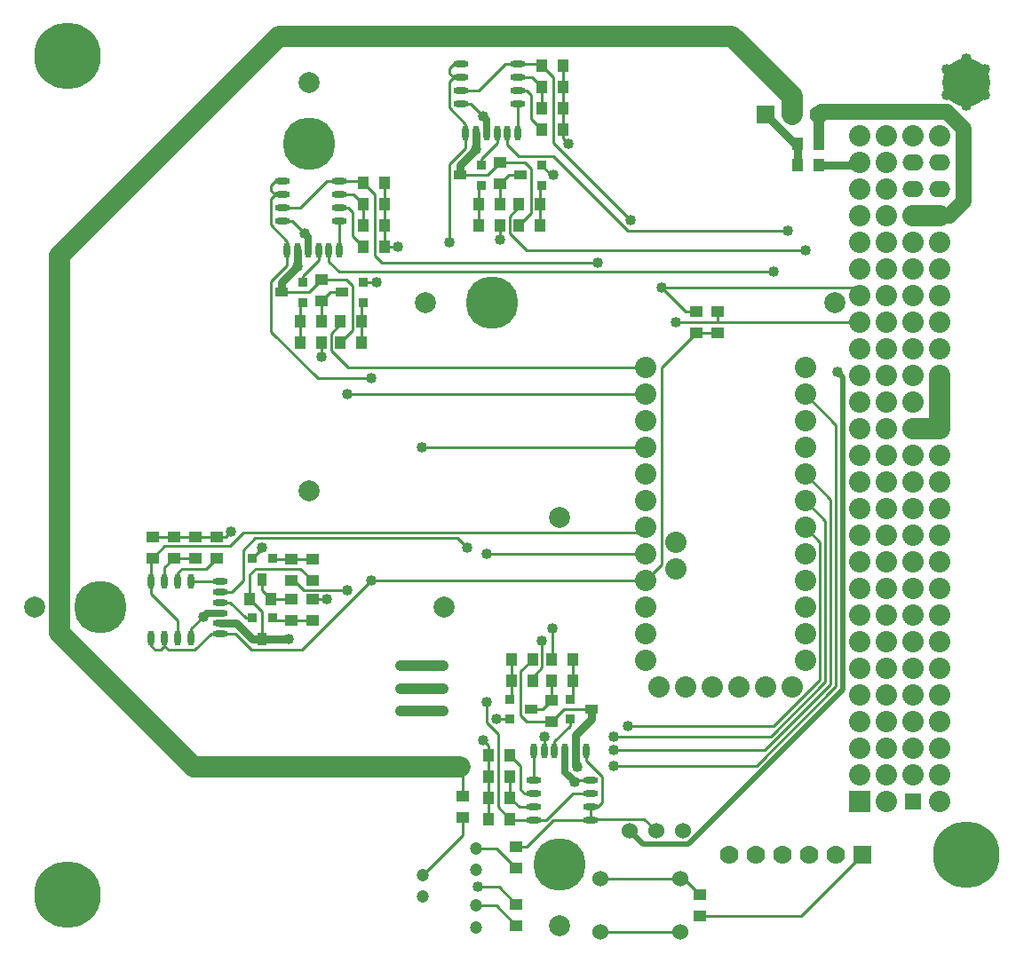
<source format=gtl>
G04 Layer_Physical_Order=1*
G04 Layer_Color=255*
%FSAX24Y24*%
%MOIN*%
G70*
G01*
G75*
%ADD10R,0.0400X0.0500*%
%ADD11R,0.0500X0.0400*%
%ADD12O,0.0236X0.0571*%
%ADD13R,0.0500X0.0360*%
%ADD14R,0.0360X0.0360*%
%ADD15O,0.0571X0.0236*%
%ADD16R,0.0360X0.0500*%
%ADD17R,0.0360X0.0360*%
%ADD18C,0.0100*%
%ADD19C,0.0400*%
%ADD20C,0.0200*%
%ADD21C,0.0800*%
%ADD22C,0.0250*%
%ADD23C,0.0600*%
%ADD24C,0.0300*%
%ADD25C,0.0600*%
%ADD26R,0.0600X0.0600*%
%ADD27C,0.0800*%
%ADD28O,0.0800X0.0600*%
%ADD29R,0.0800X0.0800*%
%ADD30C,0.0700*%
%ADD31R,0.0700X0.0700*%
%ADD32C,0.0472*%
%ADD33C,0.0400*%
%ADD34C,0.1800*%
%ADD35C,0.2500*%
%ADD36C,0.0787*%
%ADD37C,0.1969*%
D10*
X068190Y042050D02*
D03*
X067390D02*
D03*
X068190Y041250D02*
D03*
X067390D02*
D03*
X068190Y042850D02*
D03*
X067390D02*
D03*
X061490Y037650D02*
D03*
X060690D02*
D03*
X061490Y036850D02*
D03*
X060690D02*
D03*
X061490Y038450D02*
D03*
X060690D02*
D03*
X065413Y014550D02*
D03*
X066213D02*
D03*
X065413Y015350D02*
D03*
X066213D02*
D03*
X065413Y016150D02*
D03*
X066213D02*
D03*
X068190Y040450D02*
D03*
X067390D02*
D03*
X065840Y036850D02*
D03*
X065040D02*
D03*
Y037650D02*
D03*
X065840D02*
D03*
X067340D02*
D03*
X066540D02*
D03*
Y036850D02*
D03*
X067340D02*
D03*
X061490Y036050D02*
D03*
X060690D02*
D03*
X059140Y032450D02*
D03*
X058340D02*
D03*
Y033250D02*
D03*
X059140D02*
D03*
X060640D02*
D03*
X059840D02*
D03*
Y032450D02*
D03*
X060640D02*
D03*
X057240Y022800D02*
D03*
X056440D02*
D03*
X065413Y016950D02*
D03*
X066213D02*
D03*
X068563Y019750D02*
D03*
X067763D02*
D03*
Y020550D02*
D03*
X068563D02*
D03*
X066263Y019750D02*
D03*
X067063D02*
D03*
Y020550D02*
D03*
X066263D02*
D03*
X076990Y039900D02*
D03*
X077790D02*
D03*
X076990Y039100D02*
D03*
X077790D02*
D03*
D11*
X053590Y025150D02*
D03*
Y024350D02*
D03*
X054390Y025150D02*
D03*
Y024350D02*
D03*
X052790Y025150D02*
D03*
Y024350D02*
D03*
X065840Y038400D02*
D03*
Y039200D02*
D03*
X059140Y034000D02*
D03*
Y034800D02*
D03*
X055190Y025150D02*
D03*
Y024350D02*
D03*
X058790Y022800D02*
D03*
Y022000D02*
D03*
X057990D02*
D03*
Y022800D02*
D03*
Y024300D02*
D03*
Y023500D02*
D03*
X058790D02*
D03*
Y024300D02*
D03*
X067763Y019000D02*
D03*
Y018200D02*
D03*
X073340Y011700D02*
D03*
Y010900D02*
D03*
X073190Y032800D02*
D03*
Y033600D02*
D03*
X073990Y032800D02*
D03*
Y033600D02*
D03*
X066440Y010550D02*
D03*
Y011350D02*
D03*
Y012700D02*
D03*
Y013500D02*
D03*
X064440Y014600D02*
D03*
Y015400D02*
D03*
D12*
X064540Y040300D02*
D03*
X064934D02*
D03*
X065327D02*
D03*
X065721D02*
D03*
X066115D02*
D03*
X066508D02*
D03*
X057840Y035900D02*
D03*
X058234D02*
D03*
X058627D02*
D03*
X059021D02*
D03*
X059415D02*
D03*
X059809D02*
D03*
X054240Y023473D02*
D03*
X053740D02*
D03*
X053240D02*
D03*
X052740D02*
D03*
X054240Y021327D02*
D03*
X053740D02*
D03*
X053240D02*
D03*
X052740D02*
D03*
X069063Y017100D02*
D03*
X068669D02*
D03*
X068275D02*
D03*
X067882D02*
D03*
X067488D02*
D03*
X067094D02*
D03*
D13*
X066590Y038730D02*
D03*
X064340D02*
D03*
X059890Y034330D02*
D03*
X057640D02*
D03*
X069263Y018670D02*
D03*
X067013D02*
D03*
D14*
X067390Y039100D02*
D03*
Y038350D02*
D03*
X065140Y039100D02*
D03*
Y038350D02*
D03*
X060690Y034700D02*
D03*
Y033950D02*
D03*
X058440Y034700D02*
D03*
Y033950D02*
D03*
X068463Y018300D02*
D03*
Y019050D02*
D03*
X066213Y018300D02*
D03*
Y019050D02*
D03*
D15*
X066513Y041400D02*
D03*
Y041900D02*
D03*
Y042400D02*
D03*
Y042900D02*
D03*
X064367Y041400D02*
D03*
Y041900D02*
D03*
Y042400D02*
D03*
Y042900D02*
D03*
X059813Y037000D02*
D03*
Y037500D02*
D03*
Y038000D02*
D03*
Y038500D02*
D03*
X057667Y037000D02*
D03*
Y037500D02*
D03*
Y038000D02*
D03*
Y038500D02*
D03*
X055340Y021500D02*
D03*
Y021894D02*
D03*
Y022287D02*
D03*
Y022681D02*
D03*
Y023075D02*
D03*
Y023468D02*
D03*
X067090Y016000D02*
D03*
Y015500D02*
D03*
Y015000D02*
D03*
Y014500D02*
D03*
X069236Y016000D02*
D03*
Y015500D02*
D03*
Y015000D02*
D03*
Y014500D02*
D03*
D16*
X056910Y023550D02*
D03*
Y021300D02*
D03*
D17*
X056540Y024350D02*
D03*
X057290D02*
D03*
X056540Y022100D02*
D03*
X057290D02*
D03*
D18*
X058990Y031100D02*
X060990D01*
X057240Y032850D02*
X058990Y031100D01*
X057240Y032850D02*
Y034724D01*
X067845Y039450D02*
X070645Y036650D01*
X067740Y038750D02*
X067840D01*
X067390Y039100D02*
X067740Y038750D01*
X067840Y039950D02*
X070740Y037050D01*
X070645Y036650D02*
X076640D01*
X078440Y019524D02*
Y029350D01*
X075466Y016550D02*
X078440Y019524D01*
X070090Y016550D02*
X075466D01*
X078240Y019606D02*
Y026550D01*
X075784Y017150D02*
X078240Y019606D01*
X070090Y017150D02*
X075784D01*
X078040Y019689D02*
Y025750D01*
X076001Y017650D02*
X078040Y019689D01*
X070090Y017650D02*
X076001D01*
X077840Y019772D02*
Y024950D01*
X076118Y018050D02*
X077840Y019772D01*
X070640Y018050D02*
X076118D01*
X077290Y030500D02*
X078440Y029350D01*
X077290Y027500D02*
X078240Y026550D01*
X077290Y026500D02*
X078040Y025750D01*
X077290Y025500D02*
X077840Y024950D01*
X054240Y021700D02*
X054690Y022150D01*
X069590Y012300D02*
X072590D01*
X064990Y012000D02*
X065790D01*
X066440Y011350D01*
X062890Y028500D02*
X071290D01*
X077140Y010900D02*
X079440Y013200D01*
X073340Y010900D02*
X077140D01*
X072740Y012300D02*
X073340Y011700D01*
X072590Y012300D02*
X072740D01*
X065690Y011300D02*
X066440Y010550D01*
X064940Y011300D02*
X065690D01*
X069236Y014550D02*
X071240D01*
X066440Y013500D02*
X066846D01*
X067846Y014500D01*
X069236D01*
X065690Y013450D02*
X066440Y012700D01*
X064940Y013450D02*
X065690D01*
X064340Y016500D02*
X064440Y016400D01*
Y015400D02*
Y016400D01*
X062940Y012450D02*
X064440Y013950D01*
Y014600D01*
X073190Y032800D02*
X073990D01*
X071890Y031500D02*
X073190Y032800D01*
X071890Y024100D02*
Y031500D01*
X071290Y023500D02*
X071890Y024100D01*
Y034500D02*
X072790Y033600D01*
X073190D01*
X073990Y033200D02*
X079340D01*
X072440D02*
X073990D01*
Y033600D01*
X071890Y034500D02*
X079040D01*
X079340Y034200D01*
X060990Y023500D02*
X071290D01*
X058390Y020900D02*
X060990Y023500D01*
X056516Y020900D02*
X058390D01*
X065340Y018178D02*
Y018950D01*
Y018178D02*
X065763Y017755D01*
Y015000D02*
Y017755D01*
X065340Y024500D02*
X071290D01*
X059790Y035100D02*
X076090D01*
X059415Y035475D02*
X059790Y035100D01*
X066840Y035900D02*
X077290D01*
X060062Y034800D02*
X060290Y034572D01*
X059140Y034800D02*
X060062D01*
X060290Y032900D02*
Y034572D01*
X061390Y035450D02*
X069490D01*
X061140Y035700D02*
X061390Y035450D01*
X061140Y035700D02*
Y038000D01*
X061490Y036050D02*
X061990D01*
X071240Y014550D02*
X071690Y014100D01*
X069236Y014550D02*
Y015000D01*
X064240Y025100D02*
X064590Y024750D01*
X056640Y025100D02*
X064240D01*
X058463Y023150D02*
X060090D01*
X058113Y023500D02*
X058463Y023150D01*
X060090Y030500D02*
X071290D01*
X066190Y036538D02*
X066828Y035900D01*
X060128Y031500D02*
X071290D01*
X059490Y032138D02*
X060128Y031500D01*
X068590Y016000D02*
X069236D01*
X056910Y021300D02*
Y022330D01*
X063940Y039124D02*
X064540Y039724D01*
Y040300D01*
X063940Y036200D02*
Y039124D01*
X066190Y036538D02*
Y037177D01*
X067840Y039950D02*
Y042400D01*
X071090Y025300D02*
X071290Y025500D01*
X056190Y025300D02*
X071090D01*
X055690Y024800D02*
X056190Y025300D01*
Y024650D02*
X056640Y025100D01*
X056190Y023500D02*
Y024650D01*
X056901Y024711D02*
Y024745D01*
X056540Y024350D02*
X056901Y024711D01*
X066263Y019750D02*
Y020550D01*
X067790Y020577D02*
Y021700D01*
X067413Y020223D02*
Y021250D01*
X064340Y038730D02*
X065370D01*
X069590Y010300D02*
X072590D01*
X067763Y020550D02*
X067790Y020577D01*
X067063Y019873D02*
X067413Y020223D01*
X059140Y031900D02*
Y032450D01*
X057240Y034724D02*
X057840Y035324D01*
Y035900D01*
X059415Y035475D02*
Y035900D01*
X060690Y034700D02*
X061190D01*
X059021Y035531D02*
Y035900D01*
X058440Y034950D02*
X059021Y035531D01*
X058440Y034700D02*
Y034950D01*
X059470Y034330D02*
X059890D01*
X059140Y034000D02*
X059470Y034330D01*
X057640D02*
X058670D01*
X059140Y034800D01*
X061490Y036850D02*
Y037650D01*
Y036050D02*
Y036850D01*
X060690D02*
Y037650D01*
X058340Y033850D02*
X058440Y033950D01*
X058340Y033250D02*
Y033850D01*
Y032450D02*
Y033250D01*
X059140D02*
Y034000D01*
X060640Y033900D02*
X060690Y033950D01*
X060640Y033250D02*
Y033900D01*
X059840Y033127D02*
Y033250D01*
X059490Y032777D02*
X059840Y033127D01*
X059490Y032138D02*
Y032777D01*
X061490Y037650D02*
Y038450D01*
X060640Y038500D02*
X060690Y038450D01*
X061140Y038000D01*
X059840Y032450D02*
X060290Y032900D01*
X060640Y032450D02*
Y033250D01*
X059813Y035904D02*
Y037000D01*
Y037500D02*
X060140D01*
X060290Y037350D01*
Y036450D02*
Y037350D01*
Y036450D02*
X060690Y036050D01*
X059813Y038000D02*
X060340D01*
X060690Y037650D01*
X059813Y038500D02*
X060640D01*
X057667Y037000D02*
X058040D01*
X058627Y036413D01*
X059340Y038500D02*
X059813D01*
X057667Y037500D02*
X058340D01*
X059340Y038500D01*
X057232Y037842D02*
X057390Y038000D01*
X057232Y036858D02*
Y037842D01*
Y036858D02*
X057840Y036250D01*
Y035900D02*
Y036250D01*
X057240Y038350D02*
X057390Y038500D01*
X057240Y038150D02*
Y038350D01*
X057390Y038500D02*
X057667D01*
X057240Y038150D02*
X057390Y038000D01*
X057667D01*
X068190Y040100D02*
Y040450D01*
Y040100D02*
X068390Y039900D01*
X065840Y036300D02*
Y036850D01*
X066115Y039875D02*
Y040300D01*
Y039875D02*
X066540Y039450D01*
X067845D01*
X065721Y039931D02*
Y040300D01*
X065140Y039350D02*
X065721Y039931D01*
X065140Y039100D02*
Y039350D01*
X066170Y038730D02*
X066590D01*
X065840Y038400D02*
X066170Y038730D01*
X065370D02*
X065840Y039200D01*
X068190Y041250D02*
Y042050D01*
Y040450D02*
Y041250D01*
X067390D02*
Y042050D01*
X065040Y038250D02*
X065140Y038350D01*
X065040Y037650D02*
Y038250D01*
Y036850D02*
Y037650D01*
X065840D02*
Y038400D01*
X067340Y038300D02*
X067390Y038350D01*
X067340Y037650D02*
Y038300D01*
X066540Y037527D02*
Y037650D01*
X066190Y037177D02*
X066540Y037527D01*
X068190Y042050D02*
Y042850D01*
X067340Y042900D02*
X067390Y042850D01*
X067840Y042400D01*
X065840Y039200D02*
X066762D01*
X066990Y038972D01*
X066540Y036850D02*
X066990Y037300D01*
Y038972D01*
X067340Y036850D02*
Y037650D01*
X066513Y040304D02*
Y041400D01*
Y041900D02*
X066840D01*
X066990Y041750D01*
Y040850D02*
Y041750D01*
Y040850D02*
X067390Y040450D01*
X066513Y042400D02*
X067040D01*
X067390Y042050D01*
X066513Y042900D02*
X067340D01*
X064367Y041400D02*
X064740D01*
X065327Y040813D01*
X066040Y042900D02*
X066513D01*
X064367Y041900D02*
X065040D01*
X066040Y042900D01*
X063932Y042242D02*
X064090Y042400D01*
X063932Y041258D02*
Y042242D01*
Y041258D02*
X064540Y040650D01*
Y040300D02*
Y040650D01*
X063940Y042550D02*
X064090Y042400D01*
X063940Y042750D02*
X064090Y042900D01*
X064367D01*
X063940Y042550D02*
Y042750D01*
X064090Y042400D02*
X064367D01*
X055190Y025150D02*
X055540D01*
X055740Y025350D01*
X058790Y022800D02*
X059340D01*
X055916Y021500D02*
X056516Y020900D01*
X055340Y021500D02*
X055916D01*
X055340Y023075D02*
X055765D01*
X056190Y023500D01*
X055340Y022681D02*
X055709D01*
X056290Y022100D01*
X056540D01*
X056910Y023130D02*
Y023550D01*
Y023130D02*
X057240Y022800D01*
X056440D02*
X056910Y022330D01*
X053590Y025150D02*
X054390D01*
X055190D01*
X053590Y024350D02*
X054390D01*
X057290Y022100D02*
X057390Y022000D01*
X057990D01*
X058790D01*
X057240Y022800D02*
X057990D01*
X057290Y024350D02*
X057340Y024300D01*
X057990D01*
Y023500D02*
X058113D01*
X052790Y025150D02*
X053590D01*
X052740Y024300D02*
X052790Y024350D01*
X053240Y024800D01*
X055690D01*
X056440Y022800D02*
Y023722D01*
X056668Y023950D01*
X058340D02*
X058790Y023500D01*
X056668Y023950D02*
X058340D01*
X057990Y024300D02*
X058790D01*
X054240Y023473D02*
X055336D01*
X053740D02*
Y023800D01*
X053890Y023950D01*
X054790D01*
X055190Y024350D01*
X053240Y023473D02*
Y024000D01*
X053590Y024350D01*
X052740Y023473D02*
Y024300D01*
X054240Y021327D02*
Y021700D01*
X052740Y023000D02*
Y023473D01*
X053740Y021327D02*
Y022000D01*
X052740Y023000D02*
X053740Y022000D01*
X053240Y021050D02*
X053398Y020892D01*
X054382D01*
X054990Y021500D01*
X055340D01*
X052740Y021050D02*
X052890Y020900D01*
X053090D01*
X052740Y021050D02*
Y021327D01*
X053090Y020900D02*
X053240Y021050D01*
Y021327D01*
X066613Y020100D02*
X067063Y020550D01*
X066613Y018428D02*
Y020100D01*
Y018428D02*
X066841Y018200D01*
X067763D01*
X067063Y019750D02*
Y019873D01*
X065213Y017500D02*
X065413Y017300D01*
Y016950D02*
Y017300D01*
X065763Y015000D02*
X066213Y014550D01*
X065713Y018300D02*
X066213D01*
X067488Y017100D02*
X067490Y017650D01*
X069236Y015000D02*
X069513D01*
X065413Y014550D02*
Y015350D01*
Y016150D01*
Y016950D01*
X066213D02*
X066613Y016550D01*
Y015650D02*
Y016550D01*
Y015650D02*
X066763Y015500D01*
X067090D01*
X066213Y015350D02*
Y016150D01*
Y015350D02*
X066563Y015000D01*
X067090D01*
X069513D02*
X069671Y015158D01*
Y016142D01*
X069063Y016750D02*
Y017100D01*
Y016750D02*
X069671Y016142D01*
X067090Y014500D02*
X067563D01*
X066263D02*
X067090D01*
X066213Y014550D02*
X066263Y014500D01*
X067563D02*
X068563Y015500D01*
X069236D01*
X067090Y016000D02*
Y017096D01*
X067882Y017100D02*
Y017469D01*
X068463Y018050D01*
Y018300D01*
X068233Y018670D02*
X069263D01*
X067763Y018200D02*
X068233Y018670D01*
X068463Y019050D02*
X068563Y019150D01*
Y019750D01*
Y020550D01*
X067763Y019000D02*
Y019750D01*
X067433Y018670D02*
X067763Y019000D01*
X067013Y018670D02*
X067433D01*
X066213Y019050D02*
X066263Y019100D01*
Y019750D01*
D19*
X062090Y018600D02*
X063690D01*
X062090Y019450D02*
X063690D01*
X062090Y020300D02*
X063690D01*
X077790Y039900D02*
Y041000D01*
D20*
X072897Y013600D02*
X078690Y019393D01*
X071190Y013600D02*
X072897D01*
X078690Y019393D02*
Y031150D01*
X078490Y031350D02*
X078690Y031150D01*
X070690Y014100D02*
X071190Y013600D01*
X070690Y014093D02*
Y014100D01*
D21*
X076790Y041000D02*
Y041700D01*
X074540Y043950D02*
X076790Y041700D01*
X057540Y043950D02*
X074540D01*
X049290Y035700D02*
X057540Y043950D01*
X049290Y021550D02*
Y035700D01*
X057890Y016500D02*
X064340D01*
X054340D02*
X057890D01*
X081340Y037200D02*
X082340D01*
Y030200D02*
Y031200D01*
Y029200D02*
Y030200D01*
X049290Y021550D02*
X054340Y016500D01*
X081340Y029200D02*
X082340D01*
D22*
X054690Y022150D02*
X054827Y022287D01*
X055340D01*
X068275Y016315D02*
X068590Y016000D01*
X068275Y016315D02*
Y017100D01*
X058627Y035900D02*
Y036413D01*
X065327Y040300D02*
Y040813D01*
D23*
X082340Y037200D02*
X082690D01*
X082600Y041100D02*
X083240Y040460D01*
X077890Y041100D02*
X082600D01*
X083240Y037750D02*
Y040460D01*
X082690Y037200D02*
X083240Y037750D01*
D24*
X079240Y039100D02*
X079340Y039200D01*
X077790Y039100D02*
X079240D01*
X076890Y039900D02*
X076990D01*
Y039100D02*
Y039800D01*
X075790Y041000D02*
X076890Y039900D01*
X068669Y016571D02*
X068740Y016500D01*
X068669Y016571D02*
Y017100D01*
X056910Y021300D02*
X057890D01*
X058234Y035294D02*
Y035900D01*
X057640Y034700D02*
X058234Y035294D01*
X057640Y034330D02*
Y034700D01*
X064934Y039694D02*
Y040300D01*
X064340Y039100D02*
X064934Y039694D01*
X064340Y038730D02*
Y039100D01*
X055340Y021894D02*
X055946D01*
X056540Y021300D01*
X056910D01*
X068669Y017100D02*
Y017706D01*
X069263Y018300D01*
Y018670D01*
D25*
X072590Y012300D02*
D03*
X069590D02*
D03*
X072590Y010300D02*
D03*
X069590D02*
D03*
X070690Y014100D02*
D03*
X071690D02*
D03*
X072690D02*
D03*
D26*
X081340Y015200D02*
D03*
D27*
X082340D02*
D03*
X081340Y016200D02*
D03*
X082340D02*
D03*
X081340Y017200D02*
D03*
X082340D02*
D03*
X081340Y018200D02*
D03*
X082340D02*
D03*
X081340Y019200D02*
D03*
X082340D02*
D03*
X081340Y020200D02*
D03*
X082340D02*
D03*
X081340Y021200D02*
D03*
X082340D02*
D03*
X081340Y022200D02*
D03*
X082340D02*
D03*
X081340Y023200D02*
D03*
X082340D02*
D03*
X081340Y024200D02*
D03*
X082340D02*
D03*
X081340Y025200D02*
D03*
X082340D02*
D03*
X081340Y026200D02*
D03*
X082340D02*
D03*
X081340Y027200D02*
D03*
X082340D02*
D03*
X081340Y028200D02*
D03*
X082340D02*
D03*
X081340Y029200D02*
D03*
X082340D02*
D03*
X081340Y030200D02*
D03*
X082340D02*
D03*
X081340Y031200D02*
D03*
X082340D02*
D03*
X081340Y032200D02*
D03*
X082340D02*
D03*
X081340Y033200D02*
D03*
X082340D02*
D03*
X081340Y034200D02*
D03*
X082340D02*
D03*
X081340Y035200D02*
D03*
X082340D02*
D03*
X081340Y036200D02*
D03*
X082340D02*
D03*
X081340Y037200D02*
D03*
X082340D02*
D03*
Y040200D02*
D03*
X081340D02*
D03*
X080340Y015200D02*
D03*
X079340Y016200D02*
D03*
X080340D02*
D03*
X079340Y017200D02*
D03*
X080340D02*
D03*
X079340Y018200D02*
D03*
X080340D02*
D03*
X079340Y019200D02*
D03*
X080340D02*
D03*
X079340Y020200D02*
D03*
X080340D02*
D03*
X079340Y021200D02*
D03*
X080340D02*
D03*
X079340Y022200D02*
D03*
X080340D02*
D03*
X079340Y023200D02*
D03*
X080340D02*
D03*
X079340Y024200D02*
D03*
X080340D02*
D03*
X079340Y025200D02*
D03*
X080340D02*
D03*
X079340Y026200D02*
D03*
X080340D02*
D03*
X079340Y027200D02*
D03*
X080340D02*
D03*
X079340Y028200D02*
D03*
X080340D02*
D03*
X079340Y029200D02*
D03*
X080340D02*
D03*
X079340Y030200D02*
D03*
X080340D02*
D03*
X079340Y031200D02*
D03*
X080340D02*
D03*
X079340Y032200D02*
D03*
X080340D02*
D03*
X079340Y033200D02*
D03*
X080340D02*
D03*
X079340Y034200D02*
D03*
X080340D02*
D03*
X079340Y035200D02*
D03*
X080340D02*
D03*
X079340Y036200D02*
D03*
X080340D02*
D03*
X079340Y037200D02*
D03*
X080340D02*
D03*
X079340Y038200D02*
D03*
X080340D02*
D03*
X079340Y039200D02*
D03*
X080340D02*
D03*
Y040200D02*
D03*
X079340D02*
D03*
X071790Y019500D02*
D03*
X072790D02*
D03*
X073790D02*
D03*
X074790D02*
D03*
X075790D02*
D03*
X076790D02*
D03*
X072440Y024950D02*
D03*
Y023950D02*
D03*
X071290Y031500D02*
D03*
Y030500D02*
D03*
Y029500D02*
D03*
Y028500D02*
D03*
Y027500D02*
D03*
Y026500D02*
D03*
Y025500D02*
D03*
Y024500D02*
D03*
Y023500D02*
D03*
Y022500D02*
D03*
Y021500D02*
D03*
Y020500D02*
D03*
X077290Y031500D02*
D03*
Y030500D02*
D03*
Y029500D02*
D03*
Y028500D02*
D03*
Y027500D02*
D03*
Y026500D02*
D03*
Y025500D02*
D03*
Y024500D02*
D03*
Y023500D02*
D03*
Y022500D02*
D03*
Y021500D02*
D03*
Y020500D02*
D03*
D28*
X081340Y038200D02*
D03*
X082340D02*
D03*
X081340Y039200D02*
D03*
X082340D02*
D03*
D29*
X079340Y015200D02*
D03*
D30*
X077440Y013200D02*
D03*
X078440Y013200D02*
D03*
X076440Y013200D02*
D03*
X075440Y013200D02*
D03*
X074440Y013200D02*
D03*
X076790Y041000D02*
D03*
X077790Y041000D02*
D03*
D31*
X079440Y013200D02*
D03*
X075790Y041000D02*
D03*
D32*
X062940Y011623D02*
D03*
Y012450D02*
D03*
X064940Y012623D02*
D03*
Y013450D02*
D03*
Y010473D02*
D03*
Y011300D02*
D03*
D33*
X083340Y041340D02*
D03*
Y043100D02*
D03*
X084040Y041750D02*
D03*
Y042700D02*
D03*
X082590Y041750D02*
D03*
Y042700D02*
D03*
X063690Y018600D02*
D03*
X062090D02*
D03*
X063690Y019450D02*
D03*
X062090D02*
D03*
Y020300D02*
D03*
X063690D02*
D03*
X067840Y038750D02*
D03*
X070740Y037050D02*
D03*
X070090Y016550D02*
D03*
X064990Y012000D02*
D03*
X062890Y028500D02*
D03*
X071890Y034500D02*
D03*
X072440Y033200D02*
D03*
X078490Y031350D02*
D03*
X063940Y036200D02*
D03*
X060990Y031100D02*
D03*
Y023500D02*
D03*
X065340Y018950D02*
D03*
Y024500D02*
D03*
X076090Y035100D02*
D03*
X069490Y035450D02*
D03*
X061990Y036050D02*
D03*
X076640Y036650D02*
D03*
X064590Y024750D02*
D03*
X070090Y017150D02*
D03*
X060090Y023150D02*
D03*
Y030500D02*
D03*
X077290Y035900D02*
D03*
X057890Y016500D02*
D03*
X064340D02*
D03*
X068740D02*
D03*
X068640Y015950D02*
D03*
X057890Y021300D02*
D03*
X057438Y043948D02*
D03*
X058240Y035300D02*
D03*
X064740Y043950D02*
D03*
X064934Y039694D02*
D03*
X056901Y024745D02*
D03*
X070640Y018050D02*
D03*
X070090Y017650D02*
D03*
X067790Y021700D02*
D03*
X067413Y021250D02*
D03*
X067490Y017650D02*
D03*
X059140Y031900D02*
D03*
X061190Y034700D02*
D03*
X058490Y036550D02*
D03*
X068390Y039900D02*
D03*
X065840Y036300D02*
D03*
X065190Y040950D02*
D03*
X055740Y025350D02*
D03*
X059340Y022800D02*
D03*
X054690Y022150D02*
D03*
X065213Y017500D02*
D03*
X065713Y018300D02*
D03*
X082540Y012700D02*
D03*
Y013700D02*
D03*
X084140Y012700D02*
D03*
Y013700D02*
D03*
X083340Y012250D02*
D03*
Y014150D02*
D03*
X048790Y011200D02*
D03*
Y012200D02*
D03*
X050390Y011200D02*
D03*
Y012200D02*
D03*
X049590Y010750D02*
D03*
Y012650D02*
D03*
X048790Y042690D02*
D03*
Y043690D02*
D03*
X050390Y042690D02*
D03*
Y043690D02*
D03*
X049590Y042240D02*
D03*
Y044140D02*
D03*
D34*
X083340Y042200D02*
D03*
D35*
X049590Y043200D02*
D03*
Y011700D02*
D03*
X083340Y013200D02*
D03*
D36*
X068074Y010523D02*
D03*
Y025877D02*
D03*
X078405Y033928D02*
D03*
X063051D02*
D03*
X058673Y042220D02*
D03*
Y026865D02*
D03*
X048377Y022495D02*
D03*
X063732D02*
D03*
D37*
X050840Y022495D02*
D03*
X058673Y039900D02*
D03*
X065540Y033928D02*
D03*
X068074Y012850D02*
D03*
M02*

</source>
